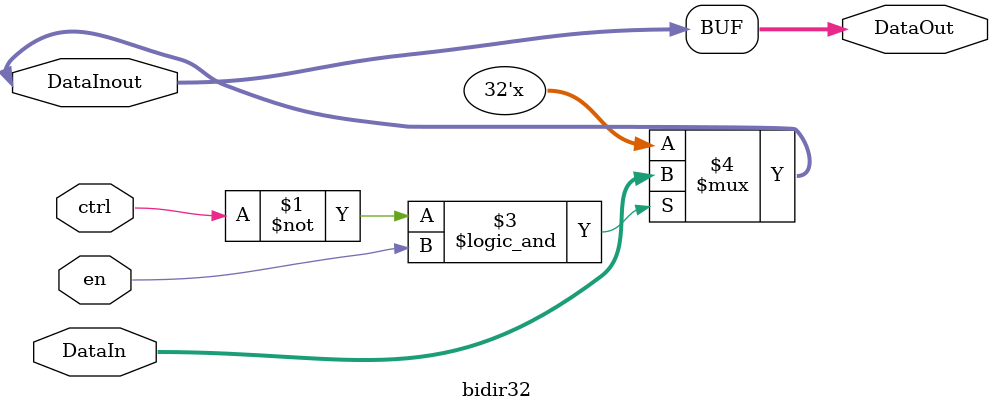
<source format=v>
`timescale 1ns / 1ps
module bidir32(ctrl,en,DataIn,DataOut,DataInout);
input ctrl,en;
input [31:0]DataIn;
output [31:0]DataOut;
inout [31:0]DataInout;
assign DataOut=DataInout;
assign DataInout=((ctrl==1'b0)&&(en==1'b1))?DataIn:32'hzzzzzzzz;
endmodule

</source>
